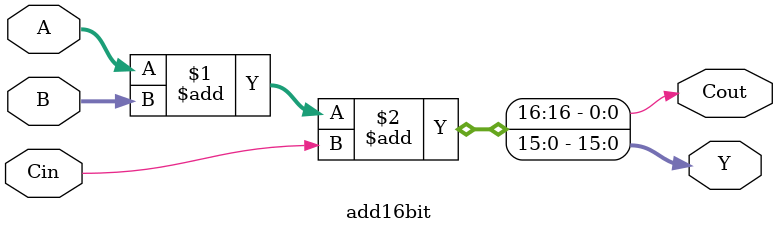
<source format=v>
module add16bit(A, B, Cin, Y, Cout);
  parameter LENGTH = 16;
  input [LENGTH - 1:0] A, B;
  input Cin;
  output [LENGTH - 1:0] Y;
  output Cout;
  assign {Cout, Y} = A + B + Cin;

endmodule

</source>
